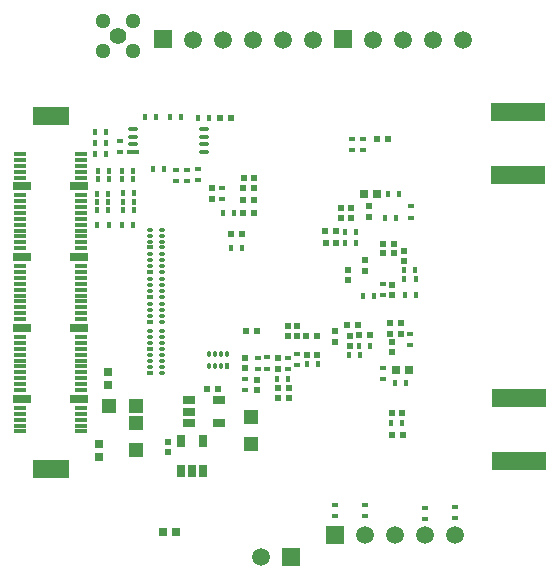
<source format=gbp>
%FSLAX34Y34*%
G04 Gerber Fmt 3.4, Leading zero omitted, Abs format*
G04 (created by PCBNEW (2013-10-29 BZR 4389)-product) date 1/27/2015 10:36:26 PM*
%MOIN*%
G01*
G70*
G90*
G04 APERTURE LIST*
%ADD10C,0.005906*%
%ADD11R,0.043200X0.011700*%
%ADD12R,0.058900X0.027500*%
%ADD13R,0.122000X0.062900*%
%ADD14R,0.043300X0.011800*%
%ADD15R,0.047200X0.051000*%
%ADD16R,0.017500X0.019500*%
%ADD17R,0.019500X0.017500*%
%ADD18R,0.031400X0.027500*%
%ADD19R,0.027500X0.031400*%
%ADD20R,0.019500X0.019500*%
%ADD21R,0.051000X0.047200*%
%ADD22R,0.184900X0.058900*%
%ADD23C,0.051000*%
%ADD24C,0.055000*%
%ADD25C,0.059700*%
%ADD26R,0.059700X0.059700*%
%ADD27R,0.038900X0.027100*%
%ADD28R,0.027100X0.038900*%
%ADD29R,0.039400X0.013800*%
%ADD30O,0.039400X0.013800*%
%ADD31O,0.039400X0.013700*%
%ADD32O,0.023500X0.011700*%
%ADD33R,0.023500X0.011700*%
%ADD34O,0.011700X0.023500*%
%ADD35R,0.011700X0.023500*%
G04 APERTURE END LIST*
G54D10*
G54D11*
X48532Y-35636D03*
X48532Y-35832D03*
X48532Y-36029D03*
X48532Y-36226D03*
X48532Y-36422D03*
X50576Y-36422D03*
X50576Y-36226D03*
X50578Y-36029D03*
X50578Y-35832D03*
X50578Y-35636D03*
X48534Y-37009D03*
X48534Y-37207D03*
X48534Y-37404D03*
X48534Y-37599D03*
X48534Y-37797D03*
X48534Y-37994D03*
X48534Y-38189D03*
X48534Y-38387D03*
X48534Y-38586D03*
X48534Y-38782D03*
X50578Y-38782D03*
X50581Y-38584D03*
X50581Y-38387D03*
X50578Y-38189D03*
X50578Y-37994D03*
X50581Y-37796D03*
X50581Y-37599D03*
X50581Y-37402D03*
X50581Y-37206D03*
X50581Y-37009D03*
X50581Y-39371D03*
X50581Y-39567D03*
X50581Y-39764D03*
X50581Y-39961D03*
X50581Y-40157D03*
X50579Y-40356D03*
X50579Y-40551D03*
X50581Y-40749D03*
X50581Y-40946D03*
X50579Y-41144D03*
X48534Y-41144D03*
X48534Y-40947D03*
X48534Y-40749D03*
X48534Y-40551D03*
X48534Y-40356D03*
X48534Y-40159D03*
X48534Y-39961D03*
X48534Y-39766D03*
X48534Y-39569D03*
X48534Y-39371D03*
X48530Y-41736D03*
X48530Y-41934D03*
X48530Y-42131D03*
X48530Y-42327D03*
X48530Y-42524D03*
X48530Y-42721D03*
X48530Y-42917D03*
X48530Y-43114D03*
X48530Y-43312D03*
X48530Y-43509D03*
X50578Y-44099D03*
X50578Y-44296D03*
X50578Y-44492D03*
X50576Y-44689D03*
X50576Y-44886D03*
G54D12*
X50498Y-39079D03*
X48610Y-39079D03*
X48610Y-41441D03*
X50498Y-41441D03*
X48610Y-36716D03*
X50498Y-36716D03*
X50498Y-43804D03*
G54D13*
X49554Y-34374D03*
X49554Y-46140D03*
G54D12*
X48610Y-43804D03*
G54D11*
X48532Y-44886D03*
G54D14*
X48531Y-44689D03*
G54D11*
X48532Y-44492D03*
X48532Y-44296D03*
X48532Y-44099D03*
X50576Y-43509D03*
X50577Y-43311D03*
X50577Y-43114D03*
X50576Y-42917D03*
X50576Y-42721D03*
X50577Y-42523D03*
X50577Y-42327D03*
X50577Y-42130D03*
X50577Y-41933D03*
X50577Y-41736D03*
G54D15*
X52390Y-44611D03*
X52390Y-45515D03*
X56248Y-44414D03*
X56248Y-45318D03*
G54D16*
X53906Y-34410D03*
X53536Y-34410D03*
X51512Y-36189D03*
X51142Y-36189D03*
X61279Y-44618D03*
X60909Y-44618D03*
X53331Y-36146D03*
X52961Y-36146D03*
G54D17*
X51886Y-35189D03*
X51886Y-35559D03*
G54D16*
X51402Y-35638D03*
X51032Y-35638D03*
X51488Y-38008D03*
X51118Y-38008D03*
G54D17*
X53740Y-36166D03*
X53740Y-36536D03*
G54D16*
X51512Y-36461D03*
X51142Y-36461D03*
X51476Y-37232D03*
X51106Y-37232D03*
X51969Y-37240D03*
X52339Y-37240D03*
X51941Y-36197D03*
X52311Y-36197D03*
G54D17*
X54110Y-36543D03*
X54110Y-36173D03*
G54D16*
X51945Y-37992D03*
X52315Y-37992D03*
X53079Y-34410D03*
X52709Y-34410D03*
G54D17*
X54457Y-36146D03*
X54457Y-36516D03*
G54D16*
X51480Y-37508D03*
X51110Y-37508D03*
X54453Y-34433D03*
X54823Y-34433D03*
G54D17*
X59606Y-35130D03*
X59606Y-35500D03*
X59961Y-35130D03*
X59961Y-35500D03*
X59039Y-47713D03*
X59039Y-47343D03*
X60047Y-47721D03*
X60047Y-47351D03*
X62036Y-47807D03*
X62036Y-47437D03*
X63051Y-47776D03*
X63051Y-47406D03*
X56484Y-42792D03*
X56484Y-42422D03*
G54D16*
X58087Y-42642D03*
X58457Y-42642D03*
X55658Y-37614D03*
X55288Y-37614D03*
G54D17*
X55284Y-36764D03*
X55284Y-37134D03*
G54D16*
X59382Y-38228D03*
X59752Y-38228D03*
X59488Y-42347D03*
X59858Y-42347D03*
X59831Y-42044D03*
X60201Y-42044D03*
X61713Y-39500D03*
X61343Y-39500D03*
X59382Y-38610D03*
X59752Y-38610D03*
G54D17*
X60638Y-39984D03*
X60638Y-40354D03*
G54D16*
X59969Y-40355D03*
X60339Y-40355D03*
X61358Y-40351D03*
X61728Y-40351D03*
G54D17*
X61551Y-41642D03*
X61551Y-42012D03*
X56764Y-42421D03*
X56764Y-42791D03*
G54D16*
X60697Y-37768D03*
X61067Y-37768D03*
X51965Y-36953D03*
X52335Y-36953D03*
G54D17*
X60646Y-42760D03*
X60646Y-43130D03*
G54D16*
X61398Y-43256D03*
X61028Y-43256D03*
X60795Y-36981D03*
X61165Y-36981D03*
G54D17*
X61571Y-37756D03*
X61571Y-37386D03*
X57768Y-42685D03*
X57768Y-42315D03*
G54D16*
X61721Y-39799D03*
X61351Y-39799D03*
X55941Y-38776D03*
X55571Y-38776D03*
G54D17*
X56051Y-43146D03*
X56051Y-43516D03*
G54D16*
X51410Y-34890D03*
X51040Y-34890D03*
X51040Y-35280D03*
X51410Y-35280D03*
X52339Y-37512D03*
X51969Y-37512D03*
X51476Y-36957D03*
X51106Y-36957D03*
X51941Y-36469D03*
X52311Y-36469D03*
X57484Y-43122D03*
X57114Y-43122D03*
G54D17*
X57465Y-42449D03*
X57465Y-42819D03*
G54D18*
X51473Y-43325D03*
X51473Y-42895D03*
G54D19*
X60440Y-36984D03*
X60010Y-36984D03*
X53309Y-48228D03*
X53739Y-48228D03*
X61073Y-42847D03*
X61503Y-42847D03*
G54D18*
X51169Y-45305D03*
X51169Y-45735D03*
G54D20*
X61228Y-41626D03*
X61228Y-41272D03*
X60949Y-40346D03*
X60949Y-39992D03*
X60878Y-41626D03*
X60878Y-41272D03*
X60634Y-38634D03*
X60988Y-38634D03*
X56437Y-41545D03*
X56083Y-41545D03*
X60634Y-38945D03*
X60988Y-38945D03*
X56047Y-42426D03*
X56047Y-42780D03*
X55130Y-43477D03*
X54776Y-43477D03*
X57500Y-43783D03*
X57146Y-43783D03*
X55981Y-37610D03*
X56335Y-37610D03*
X57500Y-43453D03*
X57146Y-43453D03*
X57150Y-42445D03*
X57150Y-42799D03*
X55209Y-34425D03*
X55563Y-34425D03*
X60445Y-35130D03*
X60799Y-35130D03*
X61279Y-44259D03*
X60925Y-44259D03*
X61287Y-45011D03*
X60933Y-45011D03*
X59539Y-42047D03*
X59539Y-41693D03*
X54949Y-37126D03*
X54949Y-36772D03*
X57768Y-41721D03*
X57768Y-41367D03*
X57484Y-41717D03*
X57484Y-41363D03*
X59476Y-39843D03*
X59476Y-39489D03*
X55929Y-38299D03*
X55575Y-38299D03*
X56437Y-43166D03*
X56437Y-43520D03*
X59067Y-38217D03*
X58713Y-38217D03*
X59075Y-38595D03*
X58721Y-38595D03*
X61343Y-39209D03*
X61343Y-38855D03*
X60039Y-39169D03*
X60039Y-39523D03*
X59035Y-41899D03*
X59035Y-41545D03*
X60162Y-37732D03*
X60162Y-37378D03*
X60205Y-41685D03*
X59851Y-41685D03*
X60941Y-41890D03*
X60941Y-42244D03*
X55981Y-37169D03*
X56335Y-37169D03*
X55977Y-36756D03*
X56331Y-36756D03*
X55988Y-36453D03*
X56342Y-36453D03*
X59236Y-37780D03*
X59236Y-37426D03*
X59579Y-37780D03*
X59579Y-37426D03*
X58087Y-42339D03*
X58441Y-42339D03*
X58079Y-41717D03*
X58433Y-41717D03*
X53469Y-45225D03*
X53469Y-45579D03*
X59445Y-41343D03*
X59799Y-41343D03*
G54D21*
X52409Y-44044D03*
X51505Y-44044D03*
G54D22*
X65161Y-45867D03*
X65161Y-43763D03*
X65145Y-36350D03*
X65145Y-34246D03*
G54D23*
X51299Y-32217D03*
X52299Y-32217D03*
X52299Y-31217D03*
X51299Y-31217D03*
G54D24*
X51799Y-31717D03*
G54D25*
X58307Y-31834D03*
X57307Y-31834D03*
X56307Y-31834D03*
X55307Y-31834D03*
G54D26*
X53307Y-31814D03*
G54D25*
X54307Y-31834D03*
G54D26*
X57576Y-49079D03*
G54D25*
X56576Y-49079D03*
G54D27*
X54184Y-44603D03*
X54184Y-43853D03*
X55184Y-44603D03*
X54184Y-44228D03*
X55184Y-43853D03*
G54D28*
X54646Y-46200D03*
X53896Y-46200D03*
X54646Y-45200D03*
X54271Y-46200D03*
X53896Y-45200D03*
G54D29*
X52291Y-35567D03*
G54D30*
X52291Y-35311D03*
X52291Y-35055D03*
X52291Y-34799D03*
G54D31*
X54654Y-35567D03*
G54D30*
X54654Y-35311D03*
X54654Y-35055D03*
X54654Y-34799D03*
G54D25*
X63314Y-31834D03*
X62314Y-31834D03*
X61314Y-31834D03*
G54D26*
X59314Y-31814D03*
G54D25*
X60314Y-31834D03*
X63043Y-48350D03*
X62043Y-48350D03*
X61043Y-48350D03*
G54D26*
X59043Y-48330D03*
G54D25*
X60043Y-48350D03*
G54D32*
X53256Y-38752D03*
X53256Y-38555D03*
X53256Y-38162D03*
X52862Y-38162D03*
G54D33*
X52862Y-38752D03*
G54D32*
X53256Y-38359D03*
X52862Y-38359D03*
X52862Y-38555D03*
X53256Y-39567D03*
X53256Y-39370D03*
X53256Y-38977D03*
X52862Y-38977D03*
G54D33*
X52862Y-39567D03*
G54D32*
X53256Y-39174D03*
X52862Y-39174D03*
X52862Y-39370D03*
X53256Y-40402D03*
X53256Y-40205D03*
X53256Y-39812D03*
X52862Y-39812D03*
G54D33*
X52862Y-40402D03*
G54D32*
X53256Y-40009D03*
X52862Y-40009D03*
X52862Y-40205D03*
X53256Y-41236D03*
X53256Y-41039D03*
X53256Y-40646D03*
X52862Y-40646D03*
G54D33*
X52862Y-41236D03*
G54D32*
X53256Y-40843D03*
X52862Y-40843D03*
X52862Y-41039D03*
X53256Y-42122D03*
X53256Y-41925D03*
X53256Y-41532D03*
X52862Y-41532D03*
G54D33*
X52862Y-42122D03*
G54D32*
X53256Y-41729D03*
X52862Y-41729D03*
X52862Y-41925D03*
X53256Y-42941D03*
X53256Y-42744D03*
X53256Y-42351D03*
X52862Y-42351D03*
G54D33*
X52862Y-42941D03*
G54D32*
X53256Y-42548D03*
X52862Y-42548D03*
X52862Y-42744D03*
G54D34*
X55425Y-42319D03*
X55228Y-42319D03*
X54835Y-42319D03*
X54835Y-42713D03*
G54D35*
X55425Y-42713D03*
G54D34*
X55032Y-42319D03*
X55032Y-42713D03*
X55228Y-42713D03*
M02*

</source>
